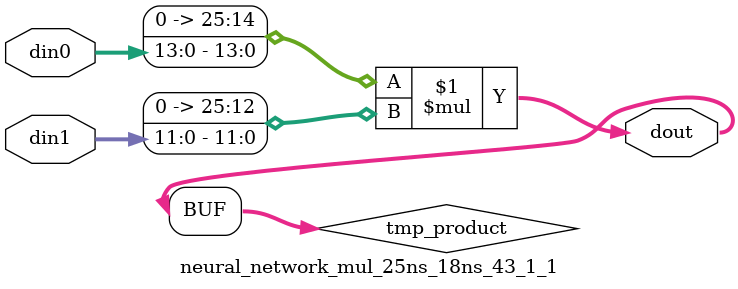
<source format=v>

`timescale 1 ns / 1 ps

  module neural_network_mul_25ns_18ns_43_1_1(din0, din1, dout);
parameter ID = 1;
parameter NUM_STAGE = 0;
parameter din0_WIDTH = 14;
parameter din1_WIDTH = 12;
parameter dout_WIDTH = 26;

input [din0_WIDTH - 1 : 0] din0; 
input [din1_WIDTH - 1 : 0] din1; 
output [dout_WIDTH - 1 : 0] dout;

wire signed [dout_WIDTH - 1 : 0] tmp_product;










assign tmp_product = $signed({1'b0, din0}) * $signed({1'b0, din1});











assign dout = tmp_product;







endmodule

</source>
